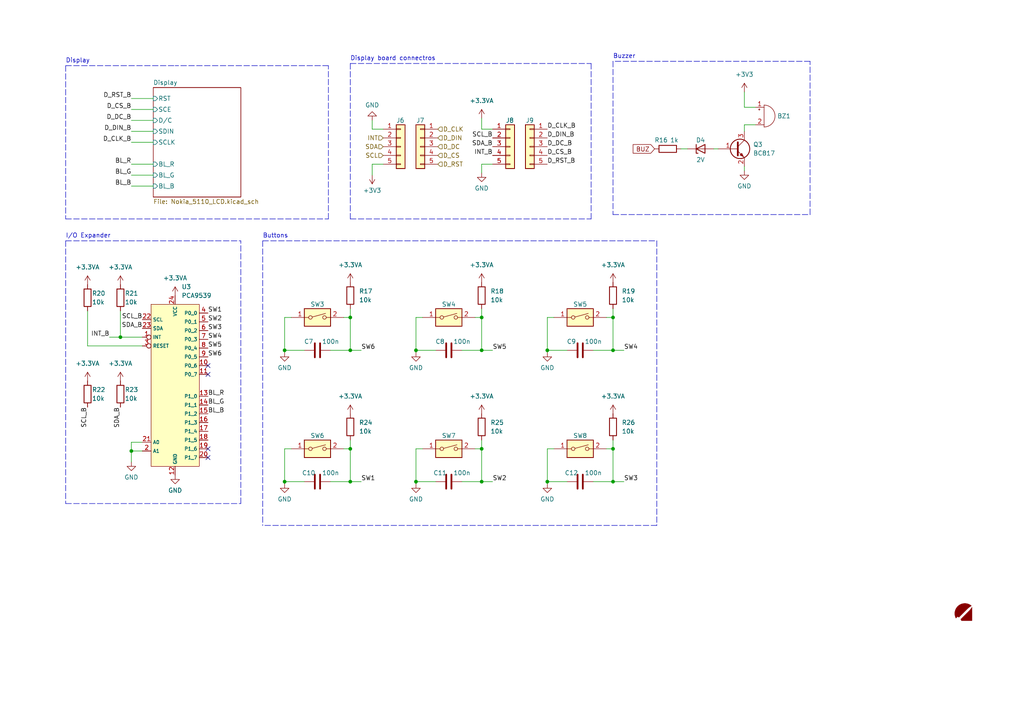
<source format=kicad_sch>
(kicad_sch (version 20211123) (generator eeschema)
  (paper "A4")
  (title_block (title "TermoPLC - Control Board") (date "2023-02-22") (rev "2") (company "PUT RocketLab") (comment 1 "Kacper Kaczmarek") (comment 2 "Designed by:"))
  (lib_symbols
    (symbol "Connector_Generic:Conn_01x05" (pin_names (offset 1.016) hide)
      (property "Reference" "J" (at 0 7.62 0))
      (property "Value" "Conn_01x05" (at 0 -7.62 0))
      (symbol "Conn_01x05_1_1"
        (rectangle (start -1.27 -4.953) (end 0 -5.207) (stroke (width 0.1524)))
        (rectangle (start -1.27 -2.413) (end 0 -2.667) (stroke (width 0.1524)))
        (rectangle (start -1.27 0.127) (end 0 -0.127) (stroke (width 0.1524)))
        (rectangle (start -1.27 2.667) (end 0 2.413) (stroke (width 0.1524)))
        (rectangle (start -1.27 5.207) (end 0 4.953) (stroke (width 0.1524)))
        (rectangle (start -1.27 6.35) (end 1.27 -6.35) (stroke (width 0.254)) (fill (type background)))
        (pin passive line (at -5.08 5.08 0) (length 3.81) (name "Pin_1") (number "1"))
        (pin passive line (at -5.08 2.54 0) (length 3.81) (name "Pin_2") (number "2"))
        (pin passive line (at -5.08 0 0) (length 3.81) (name "Pin_3") (number "3"))
        (pin passive line (at -5.08 -2.54 0) (length 3.81) (name "Pin_4") (number "4"))
        (pin passive line (at -5.08 -5.08 0) (length 3.81) (name "Pin_5") (number "5"))
      )
    )
    (symbol "Device:Buzzer" (pin_names (offset 0.0254) hide)
      (property "Reference" "BZ" (at 3.81 1.27 0))
      (property "Value" "Buzzer" (at 3.81 -1.27 0))
      (symbol "Buzzer_0_1"
        (arc (start 0 -3.175) (mid 3.175 0) (end 0 3.175))
        (polyline (pts (xy -1.651 1.905) (xy -1.143 1.905)))
        (polyline (pts (xy -1.397 2.159) (xy -1.397 1.651)))
        (polyline (pts (xy 0 3.175) (xy 0 -3.175)))
      )
      (symbol "Buzzer_1_1"
        (pin passive line (at -2.54 2.54 0) (length 2.54) (name "-") (number "1"))
        (pin passive line (at -2.54 -2.54 0) (length 2.54) (name "+") (number "2"))
      )
    )
    (symbol "Device:C" (pin_numbers hide) (pin_names (offset 0.254))
      (property "Reference" "C" (at 0.635 2.54 0))
      (property "Value" "C" (at 0.635 -2.54 0))
      (symbol "C_0_1"
        (polyline (pts (xy -2.032 -0.762) (xy 2.032 -0.762)) (stroke (width 0.508)))
        (polyline (pts (xy -2.032 0.762) (xy 2.032 0.762)) (stroke (width 0.508)))
      )
      (symbol "C_1_1"
        (pin passive line (at 0 3.81 270) (length 2.794) (name "~") (number "1"))
        (pin passive line (at 0 -3.81 90) (length 2.794) (name "~") (number "2"))
      )
    )
    (symbol "Device:D_Zener" (pin_numbers hide) (pin_names (offset 1.016) hide)
      (property "Reference" "D" (at 0 2.54 0))
      (property "Value" "D_Zener" (at 0 -2.54 0))
      (symbol "D_Zener_0_1"
        (polyline (pts (xy 1.27 0) (xy -1.27 0)))
        (polyline (pts (xy -1.27 -1.27) (xy -1.27 1.27) (xy -0.762 1.27)) (stroke (width 0.254)))
        (polyline (pts (xy 1.27 -1.27) (xy 1.27 1.27) (xy -1.27 0) (xy 1.27 -1.27)) (stroke (width 0.254)))
      )
      (symbol "D_Zener_1_1"
        (pin passive line (at -3.81 0 0) (length 2.54) (name "K") (number "1"))
        (pin passive line (at 3.81 0 180) (length 2.54) (name "A") (number "2"))
      )
    )
    (symbol "Device:R" (pin_numbers hide) (pin_names (offset 0))
      (property "Reference" "R" (at 2.032 0 90))
      (property "Value" "R" (at 0 0 90))
      (symbol "R_0_1"
        (rectangle (start -1.016 -2.54) (end 1.016 2.54) (stroke (width 0.254)))
      )
      (symbol "R_1_1"
        (pin passive line (at 0 3.81 270) (length 1.27) (name "~") (number "1"))
        (pin passive line (at 0 -3.81 90) (length 1.27) (name "~") (number "2"))
      )
    )
    (symbol "PUTRocketLab_IC:PCA9539"
      (property "Reference" "U" (at -6.35 24.765 0))
      (property "Value" "PCA9539" (at -8.255 0 90))
      (symbol "PCA9539_0_1"
        (rectangle (start -6.985 23.495) (end 6.985 -23.495) (fill (type background)))
      )
      (symbol "PCA9539_1_1"
        (pin input inverted (at -9.525 13.97 0) (length 2.54) (name "INT") (number "1"))
        (pin bidirectional line (at 9.525 5.715 180) (length 2.54) (name "P0_6") (number "10"))
        (pin bidirectional line (at 9.525 3.175 180) (length 2.54) (name "P0_7") (number "11"))
        (pin power_in line (at 0 -26.035 90) (length 2.54) (name "GND") (number "12"))
        (pin bidirectional line (at 9.525 -3.175 180) (length 2.54) (name "P1_0") (number "13"))
        (pin bidirectional line (at 9.525 -5.715 180) (length 2.54) (name "P1_1") (number "14"))
        (pin bidirectional line (at 9.525 -8.255 180) (length 2.54) (name "P1_2") (number "15"))
        (pin bidirectional line (at 9.525 -10.795 180) (length 2.54) (name "P1_3") (number "16"))
        (pin bidirectional line (at 9.525 -13.335 180) (length 2.54) (name "P1_4") (number "17"))
        (pin bidirectional line (at 9.525 -15.875 180) (length 2.54) (name "P1_5") (number "18"))
        (pin bidirectional line (at 9.525 -18.415 180) (length 2.54) (name "P1_6") (number "19"))
        (pin input line (at -9.525 -19.05 0) (length 2.54) (name "A1") (number "2"))
        (pin bidirectional line (at 9.525 -20.955 180) (length 2.54) (name "P1_7") (number "20"))
        (pin input line (at -9.525 -16.51 0) (length 2.54) (name "A0") (number "21"))
        (pin input line (at -9.525 19.05 0) (length 2.54) (name "SCL") (number "22"))
        (pin bidirectional line (at -9.525 16.51 0) (length 2.54) (name "SDA") (number "23"))
        (pin power_in line (at 0 26.035 270) (length 2.54) (name "VCC") (number "24"))
        (pin input inverted (at -9.525 11.43 0) (length 2.54) (name "RESET") (number "3"))
        (pin bidirectional line (at 9.525 20.955 180) (length 2.54) (name "P0_0") (number "4"))
        (pin bidirectional line (at 9.525 18.415 180) (length 2.54) (name "P0_1") (number "5"))
        (pin bidirectional line (at 9.525 15.875 180) (length 2.54) (name "P0_2") (number "6"))
        (pin bidirectional line (at 9.525 13.335 180) (length 2.54) (name "P0_3") (number "7"))
        (pin bidirectional line (at 9.525 10.795 180) (length 2.54) (name "P0_4") (number "8"))
        (pin bidirectional line (at 9.525 8.255 180) (length 2.54) (name "P0_5") (number "9"))
      )
    )
    (symbol "PUTRocketLab_graphics:PutRocketLab_logo_small"
      (property "Reference" "G" (at 0 3.81 0))
      (property "Value" "PutRocketLab_logo_small" (at 0 -3.175 0))
      (symbol "PutRocketLab_logo_small_0_0"
        (polyline (pts (xy 2.5235 1.6925) (xy 2.4951 1.6469) (xy 2.4806 1.6237) (xy 2.4505 1.5768) (xy 2.4177 1.527) (xy 2.3828 1.4753) (xy 2.3464 1.4224) (xy 2.3091 1.3692) (xy 2.2716 1.3167) (xy 2.2344 1.2658) (xy 2.1982 1.2172) (xy 2.1798 1.1929) (xy 2.134 1.1334) (xy 2.0886 1.0759) (xy 2.043 1.0194) (xy 1.9965 0.9634) (xy 1.9484 0.9068) (xy 1.8981 0.8491) (xy 1.8449 0.7893) (xy 1.7881 0.7267) (xy 1.7879 0.7264) (xy 1.783 0.7213) (xy 1.7743 0.7124) (xy 1.762 0.6998) (xy 1.746 0.6836) (xy 1.7266 0.6639) (xy 1.7038 0.6409) (xy 1.6777 0.6146) (xy 1.6485 0.5852) (xy 1.6162 0.5527) (xy 1.581 0.5173) (xy 1.543 0.4791) (xy 1.5023 0.4382) (xy 1.459 0.3947) (xy 1.4132 0.3487) (xy 1.365 0.3003) (xy 1.3146 0.2497) (xy 1.2619 0.1969) (xy 1.2073 0.1421) (xy 1.1507 0.0853) (xy 1.0922 0.0267) (xy 1.0321 -0.0335) (xy 0.9703 -0.0954) (xy 0.907 -0.1588) (xy 0.8423 -0.2236) (xy 0.7764 -0.2896) (xy 0.7092 -0.3568) (xy 0.6411 -0.4251) (xy 0.4875 -0.5787) (xy 0.4181 -0.6482) (xy 0.3496 -0.7167) (xy 0.2823 -0.7841) (xy 0.2162 -0.8503) (xy 0.0879 -0.9786) (xy 0.0261 -1.0406) (xy -0.0342 -1.101) (xy -0.0927 -1.1596) (xy -0.1494 -1.2164) (xy -0.2041 -1.2712) (xy -0.2568 -1.3241) (xy -0.3074 -1.3748) (xy -0.3557 -1.4232) (xy -0.4016 -1.4693) (xy -0.4451 -1.5129) (xy -0.486 -1.554) (xy -0.5242 -1.5924) (xy -0.5597 -1.628) (xy -0.5923 -1.6608) (xy -0.6219 -1.6905) (xy -0.6484 -1.7172) (xy -0.6717 -1.7407) (xy -0.6917 -1.7609) (xy -0.7083 -1.7777) (xy -0.7214 -1.791) (xy -0.7309 -1.8007) (xy -0.7367 -1.8066) (xy -0.7386 -1.8088) (xy -0.7384 -1.8094) (xy -0.7362 -1.8143) (xy -0.7318 -1.8236) (xy -0.7254 -1.837) (xy -0.7171 -1.854) (xy -0.7071 -1.8743) (xy -0.6956 -1.8976) (xy -0.6829 -1.9233) (xy -0.669 -1.9513) (xy -0.6542 -1.981) (xy -0.6387 -2.0121) (xy -0.5387 -2.212) (xy 2.5235 -2.212) (xy 2.5235 1.6925)) (stroke (width 0.01)) (fill (type outline)))
        (polyline (pts (xy -1.905 -1.27) (xy -1.67 -1.0353) (xy -1.4676 -1.1366) (xy -1.2652 -1.238) (xy -0.0351 -0.0084) (xy 0.0455 0.0722) (xy 0.125 0.1516) (xy 0.2025 0.229) (xy 0.2779 0.3043) (xy 0.3511 0.3774) (xy 0.422 0.4482) (xy 0.4906 0.5167) (xy 0.5569 0.5828) (xy 0.6206 0.6464) (xy 0.6818 0.7074) (xy 0.7404 0.7658) (xy 0.7962 0.8214) (xy 0.8493 0.8743) (xy 0.8995 0.9243) (xy 0.9468 0.9713) (xy 0.991 1.0153) (xy 1.0322 1.0562) (xy 1.0702 1.094) (xy 1.105 1.1285) (xy 1.1365 1.1596) (xy 1.1645 1.1874) (xy 1.1892 1.2117) (xy 1.2102 1.2324) (xy 1.2277 1.2496) (xy 1.2414 1.263) (xy 1.2514 1.2726) (xy 1.2575 1.2784) (xy 1.3676 1.3771) (xy 1.4976 1.4883) (xy 1.6283 1.5944) (xy 1.76 1.6958) (xy 1.8932 1.7926) (xy 2.0282 1.8852) (xy 2.1653 1.9738) (xy 2.305 2.0586) (xy 2.3544 2.0877) (xy 2.3369 2.1029) (xy 2.3342 2.1052) (xy 2.3244 2.1135) (xy 2.312 2.1237) (xy 2.2983 2.1348) (xy 2.2847 2.1458) (xy 2.2368 2.1832) (xy 2.1341 2.2585) (xy 2.0286 2.329) (xy 1.9204 2.3947) (xy 1.8098 2.4556) (xy 1.6968 2.5116) (xy 1.5816 2.5626) (xy 1.4643 2.6086) (xy 1.3453 2.6495) (xy 1.2245 2.6853) (xy 1.1021 2.7158) (xy 0.9783 2.741) (xy 0.8533 2.7609) (xy 0.7273 2.7754) (xy 0.722 2.7759) (xy 0.6937 2.7784) (xy 0.6683 2.7805) (xy 0.6447 2.7822) (xy 0.622 2.7836) (xy 0.5994 2.7846) (xy 0.5758 2.7854) (xy 0.5504 2.786) (xy 0.5222 2.7863) (xy 0.4903 2.7865) (xy 0.4538 2.7866) (xy 0.4506 2.7866) (xy 0.414 2.7865) (xy 0.3819 2.7864) (xy 0.3535 2.786) (xy 0.3277 2.7854) (xy 0.3037 2.7846) (xy 0.2805 2.7835) (xy 0.2572 2.782) (xy 0.2329 2.7802) (xy 0.2067 2.778) (xy 0.1776 2.7754) (xy 0.0991 2.767) (xy -0.0254 2.7492) (xy -0.1492 2.7261) (xy -0.2718 2.6978) (xy -0.3929 2.6643) (xy -0.512 2.6257) (xy -0.6289 2.5822) (xy -0.6606 2.5694) (xy -0.7775 2.5184) (xy -0.8917 2.4626) (xy -1.003 2.402) (xy -1.1116 2.3367) (xy -1.2173 2.2665) (xy -1.3203 2.1915) (xy -1.4204 2.1117) (xy -1.4683 2.071) (xy -1.5626 1.9855) (xy -1.6528 1.8964) (xy -1.7386 1.8039) (xy -1.8202 1.7082) (xy -1.8974 1.6093) (xy -1.9701 1.5074) (xy -2.0382 1.4027) (xy -2.1017 1.2952) (xy -2.1606 1.1852) (xy -2.2146 1.0728) (xy -2.2639 0.9581) (xy -2.3082 0.8413) (xy -2.3475 0.7225) (xy -2.3818 0.6018) (xy -2.4109 0.4794) (xy -2.4348 0.3554) (xy -2.4534 0.2301) (xy -2.4667 0.1034) (xy -2.4698 0.0622) (xy -2.4757 -0.0647) (xy -2.4762 -0.1915) (xy -2.4713 -0.318) (xy -2.4609 -0.4441) (xy -2.4451 -0.5696) (xy -2.424 -0.6941) (xy -2.3975 -0.8177) (xy -2.3658 -0.9399) (xy -2.3288 -1.0607) (xy -2.2866 -1.1799) (xy -2.2391 -1.2972) (xy -2.2364 -1.3036) (xy -2.2257 -1.3277) (xy -2.2136 -1.3543) (xy -2.2007 -1.3821) (xy -2.1876 -1.4098) (xy -2.1748 -1.4362) (xy -2.163 -1.4601) (xy -2.1528 -1.4801) (xy -2.14 -1.5048) (xy -1.905 -1.27)) (stroke (width 0.01)) (fill (type outline)))
      )
    )
    (symbol "Switch:SW_DIP_x01" (pin_names (offset 0) hide)
      (property "Reference" "SW" (at 0 3.81 0))
      (property "Value" "SW_DIP_x01" (at 0 -3.81 0))
      (symbol "SW_DIP_x01_0_0"
        (circle (center -2.032 0) (radius 0.508))
        (polyline (pts (xy -1.524 0.127) (xy 2.3622 1.1684)))
        (circle (center 2.032 0) (radius 0.508))
      )
      (symbol "SW_DIP_x01_0_1"
        (rectangle (start -3.81 2.54) (end 3.81 -2.54) (stroke (width 0.254)) (fill (type background)))
      )
      (symbol "SW_DIP_x01_1_1"
        (pin passive line (at -7.62 0 0) (length 5.08) (name "~") (number "1"))
        (pin passive line (at 7.62 0 180) (length 5.08) (name "~") (number "2"))
      )
    )
    (symbol "Transistor_BJT:BC817" (pin_names (offset 0) hide)
      (property "Reference" "Q" (at 5.08 1.905 0))
      (property "Value" "BC817" (at 5.08 0 0))
      (symbol "BC817_0_1"
        (polyline (pts (xy 0.635 0.635) (xy 2.54 2.54)))
        (polyline (pts (xy 0.635 -0.635) (xy 2.54 -2.54) (xy 2.54 -2.54)))
        (polyline (pts (xy 0.635 1.905) (xy 0.635 -1.905) (xy 0.635 -1.905)) (stroke (width 0.508)))
        (polyline (pts (xy 1.27 -1.778) (xy 1.778 -1.27) (xy 2.286 -2.286) (xy 1.27 -1.778) (xy 1.27 -1.778)) (fill (type outline)))
        (circle (center 1.27 0) (radius 2.8194) (stroke (width 0.254)))
      )
      (symbol "BC817_1_1"
        (pin input line (at -5.08 0 0) (length 5.715) (name "B") (number "1"))
        (pin passive line (at 2.54 -5.08 90) (length 2.54) (name "E") (number "2"))
        (pin passive line (at 2.54 5.08 270) (length 2.54) (name "C") (number "3"))
      )
    )
    (symbol "power:+3.3V" (power) (pin_names (offset 0))
      (property "Value" "+3.3V" (at 0 3.556 0))
      (symbol "+3.3V_0_1"
        (polyline (pts (xy -0.762 1.27) (xy 0 2.54)))
        (polyline (pts (xy 0 0) (xy 0 2.54)))
        (polyline (pts (xy 0 2.54) (xy 0.762 1.27)))
      )
      (symbol "+3.3V_1_1"
        (pin power_in line (at 0 0 90) (length 0) hide (name "+3V3") (number "1"))
      )
    )
    (symbol "power:+3.3VA" (power) (pin_names (offset 0))
      (property "Value" "+3.3VA" (at 0 3.556 0))
      (symbol "+3.3VA_0_1"
        (polyline (pts (xy -0.762 1.27) (xy 0 2.54)))
        (polyline (pts (xy 0 0) (xy 0 2.54)))
        (polyline (pts (xy 0 2.54) (xy 0.762 1.27)))
      )
      (symbol "+3.3VA_1_1"
        (pin power_in line (at 0 0 90) (length 0) hide (name "+3.3VA") (number "1"))
      )
    )
    (symbol "power:+3V3" (power) (pin_names (offset 0))
      (property "Value" "+3V3" (at 0 3.556 0))
      (symbol "+3V3_0_1"
        (polyline (pts (xy -0.762 1.27) (xy 0 2.54)))
        (polyline (pts (xy 0 0) (xy 0 2.54)))
        (polyline (pts (xy 0 2.54) (xy 0.762 1.27)))
      )
      (symbol "+3V3_1_1"
        (pin power_in line (at 0 0 90) (length 0) hide (name "+3V3") (number "1"))
      )
    )
    (symbol "power:GND" (power) (pin_names (offset 0))
      (property "Value" "GND" (at 0 -3.81 0))
      (symbol "GND_0_1"
        (polyline (pts (xy 0 0) (xy 0 -1.27) (xy 1.27 -1.27) (xy 0 -2.54) (xy -1.27 -1.27) (xy 0 -1.27)))
      )
      (symbol "GND_1_1"
        (pin power_in line (at 0 0 270) (length 0) hide (name "GND") (number "1"))
      )
    )
  )
  (junction (at 139.7 130.175))
  (junction (at 158.75 139.7))
  (junction (at 101.6 92.075))
  (junction (at 34.925 97.79))
  (junction (at 139.7 92.075))
  (junction (at 101.6 130.175))
  (junction (at 82.55 101.6))
  (junction (at 38.1 130.81))
  (junction (at 101.6 139.7))
  (junction (at 158.75 101.6))
  (junction (at 139.7 139.7))
  (junction (at 139.7 101.6))
  (junction (at 82.55 139.7))
  (junction (at 177.8 130.175))
  (junction (at 101.6 101.6))
  (junction (at 177.8 101.6))
  (junction (at 120.65 139.7))
  (junction (at 177.8 139.7))
  (junction (at 120.65 101.6))
  (junction (at 177.8 92.075))
  (no_connect (at 60.325 130.175))
  (no_connect (at 60.325 132.715))
  (no_connect (at 60.325 106.045))
  (no_connect (at 60.325 108.585))
  (wire (pts (xy 95.885 101.6) (xy 101.6 101.6)))
  (wire (pts (xy 177.8 139.7) (xy 177.8 130.175)))
  (polyline (pts (xy 101.6 18.415) (xy 171.45 18.415)))
  (wire (pts (xy 164.465 139.7) (xy 158.75 139.7)))
  (wire (pts (xy 215.9 36.195) (xy 215.9 38.1)))
  (wire (pts (xy 38.1 50.8) (xy 44.45 50.8)))
  (wire (pts (xy 177.8 101.6) (xy 177.8 92.075)))
  (polyline (pts (xy 177.8 62.23) (xy 234.95 62.23)))
  (wire (pts (xy 215.9 26.67) (xy 215.9 31.115)))
  (wire (pts (xy 139.7 50.165) (xy 139.7 47.625)))
  (wire (pts (xy 137.795 92.075) (xy 139.7 92.075)))
  (wire (pts (xy 133.985 101.6) (xy 139.7 101.6)))
  (wire (pts (xy 82.55 139.7) (xy 82.55 140.335)))
  (wire (pts (xy 158.75 92.075) (xy 160.655 92.075)))
  (wire (pts (xy 41.275 128.27) (xy 38.1 128.27)))
  (wire (pts (xy 164.465 101.6) (xy 158.75 101.6)))
  (wire (pts (xy 38.1 31.75) (xy 44.45 31.75)))
  (wire (pts (xy 99.695 130.175) (xy 101.6 130.175)))
  (wire (pts (xy 139.7 139.7) (xy 142.875 139.7)))
  (wire (pts (xy 38.1 28.575) (xy 44.45 28.575)))
  (wire (pts (xy 107.95 47.625) (xy 111.125 47.625)))
  (polyline (pts (xy 19.05 146.05) (xy 69.85 146.05)))
  (wire (pts (xy 139.7 101.6) (xy 139.7 92.075)))
  (wire (pts (xy 120.65 101.6) (xy 120.65 92.075)))
  (wire (pts (xy 38.1 34.925) (xy 44.45 34.925)))
  (wire (pts (xy 25.4 90.17) (xy 25.4 100.33)))
  (wire (pts (xy 139.7 101.6) (xy 142.875 101.6)))
  (wire (pts (xy 82.55 92.075) (xy 84.455 92.075)))
  (polyline (pts (xy 19.05 19.05) (xy 19.05 63.5)))
  (wire (pts (xy 158.75 139.7) (xy 158.75 130.175)))
  (polyline (pts (xy 171.45 63.5) (xy 171.45 18.415)))
  (wire (pts (xy 99.695 92.075) (xy 101.6 92.075)))
  (polyline (pts (xy 101.6 63.5) (xy 171.45 63.5)))
  (polyline (pts (xy 234.95 62.23) (xy 234.95 17.78)))
  (wire (pts (xy 197.485 43.18) (xy 199.39 43.18)))
  (wire (pts (xy 139.7 89.535) (xy 139.7 92.075)))
  (wire (pts (xy 139.7 34.29) (xy 139.7 37.465)))
  (polyline (pts (xy 177.8 17.78) (xy 177.8 62.23)))
  (wire (pts (xy 207.01 43.18) (xy 208.28 43.18)))
  (wire (pts (xy 88.265 101.6) (xy 82.55 101.6)))
  (wire (pts (xy 158.75 101.6) (xy 158.75 102.235)))
  (wire (pts (xy 215.9 31.115) (xy 219.075 31.115)))
  (wire (pts (xy 120.65 101.6) (xy 120.65 102.235)))
  (polyline (pts (xy 95.25 63.5) (xy 95.25 19.05)))
  (wire (pts (xy 139.7 127.635) (xy 139.7 130.175)))
  (polyline (pts (xy 101.6 18.415) (xy 101.6 63.5)))
  (wire (pts (xy 82.55 139.7) (xy 82.55 130.175)))
  (wire (pts (xy 172.085 101.6) (xy 177.8 101.6)))
  (wire (pts (xy 133.985 139.7) (xy 139.7 139.7)))
  (wire (pts (xy 82.55 130.175) (xy 84.455 130.175)))
  (wire (pts (xy 38.1 130.81) (xy 41.275 130.81)))
  (wire (pts (xy 158.75 130.175) (xy 160.655 130.175)))
  (wire (pts (xy 158.75 101.6) (xy 158.75 92.075)))
  (wire (pts (xy 101.6 139.7) (xy 101.6 130.175)))
  (wire (pts (xy 177.8 139.7) (xy 180.975 139.7)))
  (wire (pts (xy 107.95 34.925) (xy 107.95 37.465)))
  (wire (pts (xy 175.895 130.175) (xy 177.8 130.175)))
  (wire (pts (xy 38.1 47.625) (xy 44.45 47.625)))
  (wire (pts (xy 25.4 100.33) (xy 41.275 100.33)))
  (wire (pts (xy 139.7 37.465) (xy 142.875 37.465)))
  (wire (pts (xy 177.8 101.6) (xy 180.975 101.6)))
  (wire (pts (xy 175.895 92.075) (xy 177.8 92.075)))
  (wire (pts (xy 120.65 92.075) (xy 122.555 92.075)))
  (wire (pts (xy 82.55 101.6) (xy 82.55 102.235)))
  (polyline (pts (xy 234.95 17.78) (xy 177.8 17.78)))
  (wire (pts (xy 120.65 130.175) (xy 122.555 130.175)))
  (polyline (pts (xy 19.05 69.85) (xy 69.85 69.85)))
  (wire (pts (xy 120.65 139.7) (xy 120.65 130.175)))
  (polyline (pts (xy 76.2 69.85) (xy 190.5 69.85)))
  (wire (pts (xy 139.7 139.7) (xy 139.7 130.175)))
  (wire (pts (xy 158.75 139.7) (xy 158.75 140.335)))
  (polyline (pts (xy 76.2 69.85) (xy 76.2 152.4)))
  (polyline (pts (xy 190.5 152.4) (xy 76.2 152.4)))
  (wire (pts (xy 139.7 47.625) (xy 142.875 47.625)))
  (wire (pts (xy 177.8 89.535) (xy 177.8 92.075)))
  (wire (pts (xy 38.1 133.985) (xy 38.1 130.81)))
  (wire (pts (xy 95.885 139.7) (xy 101.6 139.7)))
  (wire (pts (xy 38.1 53.975) (xy 44.45 53.975)))
  (wire (pts (xy 101.6 89.535) (xy 101.6 92.075)))
  (polyline (pts (xy 190.5 69.85) (xy 190.5 152.4)))
  (wire (pts (xy 31.75 97.79) (xy 34.925 97.79)))
  (polyline (pts (xy 69.85 146.05) (xy 69.85 69.85)))
  (wire (pts (xy 101.6 101.6) (xy 104.775 101.6)))
  (wire (pts (xy 120.65 139.7) (xy 120.65 140.335)))
  (wire (pts (xy 215.9 36.195) (xy 219.075 36.195)))
  (wire (pts (xy 126.365 139.7) (xy 120.65 139.7)))
  (wire (pts (xy 107.95 50.8) (xy 107.95 47.625)))
  (wire (pts (xy 82.55 101.6) (xy 82.55 92.075)))
  (wire (pts (xy 88.265 139.7) (xy 82.55 139.7)))
  (wire (pts (xy 126.365 101.6) (xy 120.65 101.6)))
  (polyline (pts (xy 19.05 63.5) (xy 50.8 63.5)))
  (wire (pts (xy 107.95 37.465) (xy 111.125 37.465)))
  (wire (pts (xy 101.6 101.6) (xy 101.6 92.075)))
  (wire (pts (xy 177.8 127.635) (xy 177.8 130.175)))
  (polyline (pts (xy 19.05 69.85) (xy 19.05 146.05)))
  (wire (pts (xy 215.9 48.26) (xy 215.9 49.53)))
  (polyline (pts (xy 95.25 19.05) (xy 50.8 19.05)))
  (polyline (pts (xy 50.8 63.5) (xy 95.25 63.5)))
  (wire (pts (xy 172.085 139.7) (xy 177.8 139.7)))
  (wire (pts (xy 34.925 90.17) (xy 34.925 97.79)))
  (wire (pts (xy 101.6 127.635) (xy 101.6 130.175)))
  (wire (pts (xy 34.925 97.79) (xy 41.275 97.79)))
  (polyline (pts (xy 19.05 19.05) (xy 50.8 19.05)))
  (wire (pts (xy 38.1 41.275) (xy 44.45 41.275)))
  (wire (pts (xy 38.1 128.27) (xy 38.1 130.81)))
  (wire (pts (xy 38.1 38.1) (xy 44.45 38.1)))
  (wire (pts (xy 101.6 139.7) (xy 104.775 139.7)))
  (wire (pts (xy 137.795 130.175) (xy 139.7 130.175)))
  (text "Display board connectros" (at 101.6 17.78 0) (effects (font (size 1.27 1.27)) (justify left bottom)))
  (text "Buttons" (at 76.2 69.215 0) (effects (font (size 1.27 1.27)) (justify left bottom)))
  (text "Display" (at 19.05 18.415 0) (effects (font (size 1.27 1.27)) (justify left bottom)))
  (text "I/O Expander" (at 19.05 69.215 0) (effects (font (size 1.27 1.27)) (justify left bottom)))
  (text "Buzzer" (at 177.8 17.145 0) (effects (font (size 1.27 1.27)) (justify left bottom)))
  (label "SW3" (at 180.975 139.7 0))
  (label "SCL_B" (at 142.875 40.005 180))
  (label "SW4" (at 60.325 98.425 0))
  (label "SDA_B" (at 41.275 95.25 180))
  (label "D_RST_B" (at 38.1 28.575 180))
  (label "D_CS_B" (at 158.75 45.085 0))
  (label "D_RST_B" (at 158.75 47.625 0))
  (label "SW6" (at 60.325 103.505 0))
  (label "D_DC_B" (at 38.1 34.925 180))
  (label "BL_G" (at 38.1 50.8 180))
  (label "BL_B" (at 38.1 53.975 180))
  (label "SDA_B" (at 142.875 42.545 180))
  (label "SCL_B" (at 41.275 92.71 180))
  (label "D_DC_B" (at 158.75 42.545 0))
  (label "SW5" (at 60.325 100.965 0))
  (label "INT_B" (at 142.875 45.085 180))
  (label "D_DIN_B" (at 38.1 38.1 180))
  (label "SW3" (at 60.325 95.885 0))
  (label "D_CS_B" (at 38.1 31.75 180))
  (label "INT_B" (at 31.75 97.79 180))
  (label "D_CLK_B" (at 158.75 37.465 0))
  (label "SW4" (at 180.975 101.6 0))
  (label "BL_R" (at 38.1 47.625 180))
  (label "SDA_B" (at 34.925 118.11 270))
  (label "D_DIN_B" (at 158.75 40.005 0))
  (label "BL_G" (at 60.325 117.475 0))
  (label "BL_R" (at 60.325 114.935 0))
  (label "SW1" (at 60.325 90.805 0))
  (label "SW5" (at 142.875 101.6 0))
  (label "SW1" (at 104.775 139.7 0))
  (label "D_CLK_B" (at 38.1 41.275 180))
  (label "SW2" (at 60.325 93.345 0))
  (label "SW2" (at 142.875 139.7 0))
  (label "BL_B" (at 60.325 120.015 0))
  (label "SW6" (at 104.775 101.6 0))
  (label "SCL_B" (at 25.4 118.11 270))
  (global_label "BUZ" (shape input) (at 189.865 43.18 180) (property "Intersheet References" "${INTERSHEET_REFS}" (effects hide)))
  (hierarchical_label "SDA" (shape input) (at 111.125 42.545 180))
  (hierarchical_label "D_DIN" (shape input) (at 127 40.005 0))
  (hierarchical_label "INT" (shape input) (at 111.125 40.005 180))
  (hierarchical_label "SCL" (shape input) (at 111.125 45.085 180))
  (hierarchical_label "D_CLK" (shape input) (at 127 37.465 0))
  (hierarchical_label "D_DC" (shape input) (at 127 42.545 0))
  (hierarchical_label "D_CS" (shape input) (at 127 45.085 0))
  (hierarchical_label "D_RST" (shape input) (at 127 47.625 0))
  (symbol (lib_id "power:+3.3VA") (at 139.7 34.29 0) (unit 1)
    (property "Reference" "#PWR038" (effects hide))
    (property "Value" "+3.3VA" (at 139.7 29.21 0))
  )
  (symbol (lib_id "PUTRocketLab_IC:PCA9539") (at 50.8 111.76 0) (unit 1)
    (property "Reference" "U3" (at 52.6709 83.185 0) (effects (justify left)))
    (property "Value" "PCA9539" (at 52.6709 85.725 0) (effects (justify left)))
    (property "Footprint" "Package_SO:TSSOP-24_4.4x7.8mm_P0.65mm" (effects hide))
    (property "Datasheet" "https://www.mouser.pl/datasheet/2/302/PCA9539A-1127516.pdf" (effects hide))
  )
  (symbol (lib_id "power:GND") (at 158.75 102.235 0) (unit 1)
    (property "Reference" "#PWR050" (effects hide))
    (property "Value" "GND" (at 158.75 106.68 0))
  )
  (symbol (lib_id "power:GND") (at 82.55 102.235 0) (unit 1)
    (property "Reference" "#PWR048" (effects hide))
    (property "Value" "GND" (at 82.55 106.68 0))
  )
  (symbol (lib_id "Device:C") (at 168.275 101.6 90) (unit 1)
    (property "Reference" "C9" (at 165.735 99.06 90))
    (property "Value" "100n" (at 172.085 99.06 90))
    (property "Footprint" "Capacitor_SMD:C_0603_1608Metric_Pad1.08x0.95mm_HandSolder" (effects hide))
  )
  (symbol (lib_id "Device:C") (at 168.275 139.7 90) (unit 1)
    (property "Reference" "C12" (at 165.735 137.16 90))
    (property "Value" "100n" (at 172.085 137.16 90))
    (property "Footprint" "Capacitor_SMD:C_0603_1608Metric_Pad1.08x0.95mm_HandSolder" (effects hide))
  )
  (symbol (lib_id "Device:R") (at 25.4 86.36 0) (unit 1)
    (property "Reference" "R20" (at 26.67 85.09 0) (effects (justify left)))
    (property "Value" "10k" (at 26.67 87.63 0) (effects (justify left)))
    (property "Footprint" "Resistor_SMD:R_0603_1608Metric_Pad0.98x0.95mm_HandSolder" (effects hide))
  )
  (symbol (lib_id "Device:R") (at 177.8 123.825 0) (unit 1)
    (property "Reference" "R26" (at 180.34 122.5549 0) (effects (justify left)))
    (property "Value" "10k" (at 180.34 125.0949 0) (effects (justify left)))
    (property "Footprint" "Resistor_SMD:R_0603_1608Metric_Pad0.98x0.95mm_HandSolder" (effects hide))
  )
  (symbol (lib_id "power:GND") (at 82.55 140.335 0) (unit 1)
    (property "Reference" "#PWR058" (effects hide))
    (property "Value" "GND" (at 82.55 144.78 0))
  )
  (symbol (lib_id "power:+3.3VA") (at 139.7 120.015 0) (unit 1)
    (property "Reference" "#PWR054" (effects hide))
    (property "Value" "+3.3VA" (at 139.7 114.935 0))
  )
  (symbol (lib_id "Device:R") (at 34.925 114.3 0) (unit 1)
    (property "Reference" "R23" (at 36.195 113.03 0) (effects (justify left)))
    (property "Value" "10k" (at 36.195 115.57 0) (effects (justify left)))
    (property "Footprint" "Resistor_SMD:R_0603_1608Metric_Pad0.98x0.95mm_HandSolder" (effects hide))
  )
  (symbol (lib_id "power:GND") (at 120.65 140.335 0) (unit 1)
    (property "Reference" "#PWR059" (effects hide))
    (property "Value" "GND" (at 120.65 144.78 0))
  )
  (symbol (lib_id "PUTRocketLab_graphics:PutRocketLab_logo_small") (at 279.4 177.8 0) (unit 1)
    (property "Reference" "G2" (effects hide))
    (property "Value" "PutRocketLab_logo_small" (effects hide))
    (property "Footprint" "PutRocketLab_graphics:PutRocketlab_logo_1_5x5mm" (effects hide))
  )
  (symbol (lib_id "Connector_Generic:Conn_01x05") (at 121.92 42.545 0) (mirror y) (unit 1)
    (property "Reference" "J7" (at 121.92 34.925 0))
    (property "Value" "Conn_01x05" (effects hide))
    (property "Footprint" "Connector_PinSocket_2.54mm:PinSocket_1x05_P2.54mm_Vertical_SMD_Pin1Left" (effects hide))
  )
  (symbol (lib_id "Device:R") (at 101.6 85.725 0) (unit 1)
    (property "Reference" "R17" (at 104.14 84.4549 0) (effects (justify left)))
    (property "Value" "10k" (at 104.14 86.9949 0) (effects (justify left)))
    (property "Footprint" "Resistor_SMD:R_0603_1608Metric_Pad0.98x0.95mm_HandSolder" (effects hide))
  )
  (symbol (lib_id "power:+3.3VA") (at 177.8 81.915 0) (unit 1)
    (property "Reference" "#PWR044" (effects hide))
    (property "Value" "+3.3VA" (at 177.8 76.835 0))
  )
  (symbol (lib_id "Transistor_BJT:BC817") (at 213.36 43.18 0) (unit 1)
    (property "Reference" "Q3" (at 218.44 41.9099 0) (effects (justify left)))
    (property "Value" "BC817" (at 218.44 44.4499 0) (effects (justify left)))
    (property "Footprint" "Package_TO_SOT_SMD:SOT-23" (effects hide))
    (property "Datasheet" "https://www.onsemi.com/pub/Collateral/BC818-D.pdf" (effects hide))
  )
  (symbol (lib_id "power:+3.3VA") (at 101.6 81.915 0) (unit 1)
    (property "Reference" "#PWR042" (effects hide))
    (property "Value" "+3.3VA" (at 101.6 76.835 0))
  )
  (symbol (lib_id "power:+3.3VA") (at 34.925 82.55 0) (unit 1)
    (property "Reference" "#PWR046" (effects hide))
    (property "Value" "+3.3VA" (at 34.925 77.47 0))
  )
  (symbol (lib_id "Device:R") (at 101.6 123.825 0) (unit 1)
    (property "Reference" "R24" (at 104.14 122.5549 0) (effects (justify left)))
    (property "Value" "10k" (at 104.14 125.0949 0) (effects (justify left)))
    (property "Footprint" "Resistor_SMD:R_0603_1608Metric_Pad0.98x0.95mm_HandSolder" (effects hide))
  )
  (symbol (lib_id "power:+3.3VA") (at 25.4 82.55 0) (unit 1)
    (property "Reference" "#PWR045" (effects hide))
    (property "Value" "+3.3VA" (at 25.4 77.47 0))
  )
  (symbol (lib_id "power:GND") (at 120.65 102.235 0) (unit 1)
    (property "Reference" "#PWR049" (effects hide))
    (property "Value" "GND" (at 120.65 106.68 0))
  )
  (symbol (lib_id "Connector_Generic:Conn_01x05") (at 147.955 42.545 0) (unit 1)
    (property "Reference" "J8" (at 146.685 34.925 0) (effects (justify left)))
    (property "Value" "Conn_01x05" (effects hide))
    (property "Footprint" "Connector_PinHeader_2.54mm:PinHeader_1x05_P2.54mm_Vertical_SMD_Pin1Right" (effects hide))
  )
  (symbol (lib_id "Device:C") (at 92.075 139.7 90) (unit 1)
    (property "Reference" "C10" (at 89.535 137.16 90))
    (property "Value" "100n" (at 95.885 137.16 90))
    (property "Footprint" "Capacitor_SMD:C_0603_1608Metric_Pad1.08x0.95mm_HandSolder" (effects hide))
  )
  (symbol (lib_id "Switch:SW_DIP_x01") (at 168.275 130.175 0) (unit 1)
    (property "Reference" "SW8" (at 168.275 126.365 0))
    (property "Value" "SW_DIP_x01" (effects hide))
    (property "Footprint" "Button_Switch_SMD:SW_SPST_PTS645" (effects hide))
  )
  (symbol (lib_id "Device:C") (at 92.075 101.6 90) (unit 1)
    (property "Reference" "C7" (at 89.535 99.06 90))
    (property "Value" "100n" (at 95.885 99.06 90))
    (property "Footprint" "Capacitor_SMD:C_0603_1608Metric_Pad1.08x0.95mm_HandSolder" (effects hide))
  )
  (symbol (lib_id "Device:R") (at 34.925 86.36 0) (unit 1)
    (property "Reference" "R21" (at 36.195 85.09 0) (effects (justify left)))
    (property "Value" "10k" (at 36.195 87.63 0) (effects (justify left)))
    (property "Footprint" "Resistor_SMD:R_0603_1608Metric_Pad0.98x0.95mm_HandSolder" (effects hide))
  )
  (symbol (lib_id "Device:Buzzer") (at 221.615 33.655 0) (unit 1)
    (property "Reference" "BZ1" (at 225.425 33.655 0) (effects (justify left)))
    (property "Value" "Buzzer" (effects hide))
    (property "Footprint" "PUTRocketLab_other:Buzzer_fi10mm_P5mm" (effects hide))
  )
  (symbol (lib_id "Switch:SW_DIP_x01") (at 92.075 130.175 0) (unit 1)
    (property "Reference" "SW6" (at 92.075 126.365 0))
    (property "Value" "SW_DIP_x01" (effects hide))
    (property "Footprint" "Button_Switch_SMD:SW_SPST_PTS645" (effects hide))
  )
  (symbol (lib_id "power:GND") (at 158.75 140.335 0) (unit 1)
    (property "Reference" "#PWR060" (effects hide))
    (property "Value" "GND" (at 158.75 144.78 0))
  )
  (symbol (lib_id "power:+3.3VA") (at 25.4 110.49 0) (unit 1)
    (property "Reference" "#PWR051" (effects hide))
    (property "Value" "+3.3VA" (at 25.4 105.41 0))
  )
  (symbol (lib_id "power:+3.3V") (at 107.95 50.8 0) (mirror x) (unit 1)
    (property "Reference" "#PWR037" (effects hide))
    (property "Value" "+3.3V" (at 107.95 55.245 0))
  )
  (symbol (lib_id "power:GND") (at 50.8 137.795 0) (unit 1)
    (property "Reference" "#PWR057" (effects hide))
    (property "Value" "GND" (at 50.8 142.24 0))
  )
  (symbol (lib_id "Device:C") (at 130.175 139.7 90) (unit 1)
    (property "Reference" "C11" (at 127.635 137.16 90))
    (property "Value" "100n" (at 133.985 137.16 90))
    (property "Footprint" "Capacitor_SMD:C_0603_1608Metric_Pad1.08x0.95mm_HandSolder" (effects hide))
  )
  (symbol (lib_id "Switch:SW_DIP_x01") (at 130.175 130.175 0) (unit 1)
    (property "Reference" "SW7" (at 130.175 126.365 0))
    (property "Value" "SW_DIP_x01" (effects hide))
    (property "Footprint" "Button_Switch_SMD:SW_SPST_PTS645" (effects hide))
  )
  (symbol (lib_id "Switch:SW_DIP_x01") (at 92.075 92.075 0) (unit 1)
    (property "Reference" "SW3" (at 92.075 88.265 0))
    (property "Value" "SW_DIP_x01" (effects hide))
    (property "Footprint" "Button_Switch_SMD:SW_SPST_PTS645" (effects hide))
  )
  (symbol (lib_id "Connector_Generic:Conn_01x05") (at 116.205 42.545 0) (unit 1)
    (property "Reference" "J6" (at 114.935 34.925 0) (effects (justify left)))
    (property "Value" "Conn_01x05" (effects hide))
    (property "Footprint" "Connector_PinSocket_2.54mm:PinSocket_1x05_P2.54mm_Vertical_SMD_Pin1Right" (effects hide))
  )
  (symbol (lib_id "power:GND") (at 139.7 50.165 0) (unit 1)
    (property "Reference" "#PWR041" (effects hide))
    (property "Value" "GND" (at 139.7 54.61 0))
  )
  (symbol (lib_id "Device:R") (at 25.4 114.3 0) (unit 1)
    (property "Reference" "R22" (at 26.67 113.03 0) (effects (justify left)))
    (property "Value" "10k" (at 26.67 115.57 0) (effects (justify left)))
    (property "Footprint" "Resistor_SMD:R_0603_1608Metric_Pad0.98x0.95mm_HandSolder" (effects hide))
  )
  (symbol (lib_id "power:GND") (at 107.95 34.925 0) (mirror x) (unit 1)
    (property "Reference" "#PWR040" (effects hide))
    (property "Value" "GND" (at 107.95 30.48 0))
  )
  (symbol (lib_id "Switch:SW_DIP_x01") (at 130.175 92.075 0) (unit 1)
    (property "Reference" "SW4" (at 130.175 88.265 0))
    (property "Value" "SW_DIP_x01" (effects hide))
    (property "Footprint" "Button_Switch_SMD:SW_SPST_PTS645" (effects hide))
  )
  (symbol (lib_id "Switch:SW_DIP_x01") (at 168.275 92.075 0) (unit 1)
    (property "Reference" "SW5" (at 168.275 88.265 0))
    (property "Value" "SW_DIP_x01" (effects hide))
    (property "Footprint" "Button_Switch_SMD:SW_SPST_PTS645" (effects hide))
  )
  (symbol (lib_id "power:+3.3VA") (at 177.8 120.015 0) (unit 1)
    (property "Reference" "#PWR055" (effects hide))
    (property "Value" "+3.3VA" (at 177.8 114.935 0))
  )
  (symbol (lib_id "power:+3.3VA") (at 139.7 81.915 0) (unit 1)
    (property "Reference" "#PWR043" (effects hide))
    (property "Value" "+3.3VA" (at 139.7 76.835 0))
  )
  (symbol (lib_id "Device:R") (at 177.8 85.725 0) (unit 1)
    (property "Reference" "R19" (at 180.34 84.4549 0) (effects (justify left)))
    (property "Value" "10k" (at 180.34 86.9949 0) (effects (justify left)))
    (property "Footprint" "Resistor_SMD:R_0603_1608Metric_Pad0.98x0.95mm_HandSolder" (effects hide))
  )
  (symbol (lib_id "power:GND") (at 38.1 133.985 0) (unit 1)
    (property "Reference" "#PWR056" (effects hide))
    (property "Value" "GND" (at 38.1 138.43 0))
  )
  (symbol (lib_id "Device:R") (at 139.7 123.825 0) (unit 1)
    (property "Reference" "R25" (at 142.24 122.5549 0) (effects (justify left)))
    (property "Value" "10k" (at 142.24 125.0949 0) (effects (justify left)))
    (property "Footprint" "Resistor_SMD:R_0603_1608Metric_Pad0.98x0.95mm_HandSolder" (effects hide))
  )
  (symbol (lib_id "Device:R") (at 139.7 85.725 0) (unit 1)
    (property "Reference" "R18" (at 142.24 84.4549 0) (effects (justify left)))
    (property "Value" "10k" (at 142.24 86.9949 0) (effects (justify left)))
    (property "Footprint" "Resistor_SMD:R_0603_1608Metric_Pad0.98x0.95mm_HandSolder" (effects hide))
  )
  (symbol (lib_id "power:+3.3VA") (at 50.8 85.725 0) (unit 1)
    (property "Reference" "#PWR047" (effects hide))
    (property "Value" "+3.3VA" (at 50.8 80.645 0))
  )
  (symbol (lib_id "Connector_Generic:Conn_01x05") (at 153.67 42.545 0) (mirror y) (unit 1)
    (property "Reference" "J9" (at 153.67 34.925 0))
    (property "Value" "Conn_01x05" (effects hide))
    (property "Footprint" "Connector_PinHeader_2.54mm:PinHeader_1x05_P2.54mm_Vertical_SMD_Pin1Left" (effects hide))
  )
  (symbol (lib_id "power:+3.3VA") (at 34.925 110.49 0) (unit 1)
    (property "Reference" "#PWR052" (effects hide))
    (property "Value" "+3.3VA" (at 34.925 105.41 0))
  )
  (symbol (lib_id "Device:R") (at 193.675 43.18 90) (unit 1)
    (property "Reference" "R16" (at 191.77 40.64 90))
    (property "Value" "1k" (at 195.58 40.64 90))
    (property "Footprint" "Resistor_SMD:R_0603_1608Metric_Pad0.98x0.95mm_HandSolder" (effects hide))
  )
  (symbol (lib_id "Device:D_Zener") (at 203.2 43.18 0) (mirror x) (unit 1)
    (property "Reference" "D4" (at 203.2 40.64 0))
    (property "Value" "2V" (at 203.2 46.355 0))
    (property "Footprint" "Diode_SMD:D_SOD-123" (effects hide))
  )
  (symbol (lib_id "Device:C") (at 130.175 101.6 90) (unit 1)
    (property "Reference" "C8" (at 127.635 99.06 90))
    (property "Value" "100n" (at 133.985 99.06 90))
    (property "Footprint" "Capacitor_SMD:C_0603_1608Metric_Pad1.08x0.95mm_HandSolder" (effects hide))
  )
  (symbol (lib_id "power:GND") (at 215.9 49.53 0) (unit 1)
    (property "Reference" "#PWR039" (effects hide))
    (property "Value" "GND" (at 215.9 53.975 0))
  )
  (symbol (lib_id "power:+3V3") (at 215.9 26.67 0) (unit 1)
    (property "Reference" "#PWR0101" (effects hide))
    (property "Value" "+3V3" (at 215.9 21.59 0))
  )
  (symbol (lib_id "power:+3.3VA") (at 101.6 120.015 0) (unit 1)
    (property "Reference" "#PWR053" (effects hide))
    (property "Value" "+3.3VA" (at 101.6 114.935 0))
  )
  (sheet (at 44.45 25.4) (size 25.4 31.75) (stroke (width 0.1524))
    (property "Sheet name" "Display" (at 44.45 24.6884 0) (effects (justify left bottom)))
    (property "Sheet file" "Nokia_5110_LCD.kicad_sch" (at 44.45 57.7346 0) (effects (justify left top)))
    (pin "SCE" input (at 44.45 31.75 180))
    (pin "RST" input (at 44.45 28.575 180))
    (pin "SDIN" input (at 44.45 38.1 180))
    (pin "D{slash}C" input (at 44.45 34.925 180))
    (pin "SCLK" input (at 44.45 41.275 180))
    (pin "BL_R" input (at 44.45 47.625 180))
    (pin "BL_G" input (at 44.45 50.8 180))
    (pin "BL_B" input (at 44.45 53.975 180))
  )
)
</source>
